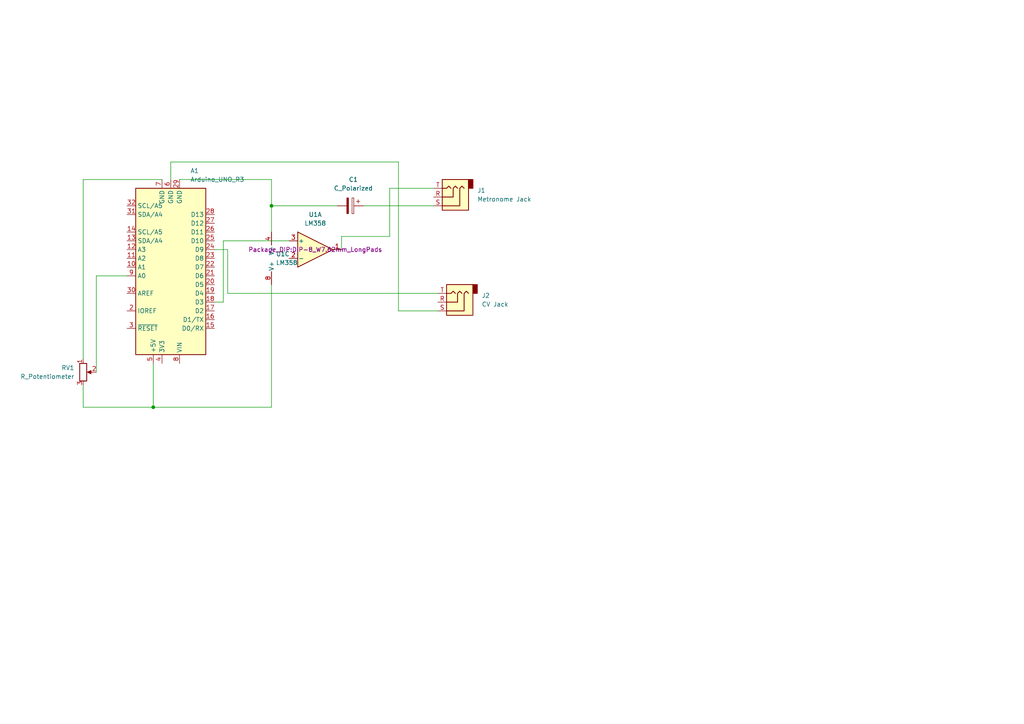
<source format=kicad_sch>
(kicad_sch (version 20250114) (generator "eeschema") (generator_version "9.0")
  (paper "A4")
  (lib_symbols
    (symbol "Amplifier_Operational:LM358" (pin_names (offset 0.127))
      (property "Reference" "U" (at 0 5.08 0))
      (property "Value" "LM358" (at 0 -5.08 0))
      (symbol "LM358_1_1"
        (polyline (pts (xy -5.08 5.08) (xy 5.08 0) (xy -5.08 -5.08) (xy -5.08 5.08)) (stroke (width 0.254)) (fill (type background)))
        (pin input line (at -7.62 2.54 0) (length 2.54) (name "+") (number "3"))
        (pin input line (at -7.62 -2.54 0) (length 2.54) (name "-") (number "2"))
        (pin output line (at 7.62 0 180) (length 2.54) (name "~") (number "1"))
      )
      (symbol "LM358_2_1"
        (polyline (pts (xy -5.08 5.08) (xy 5.08 0) (xy -5.08 -5.08) (xy -5.08 5.08)) (stroke (width 0.254)) (fill (type background)))
        (pin input line (at -7.62 2.54 0) (length 2.54) (name "+") (number "5"))
        (pin input line (at -7.62 -2.54 0) (length 2.54) (name "-") (number "6"))
        (pin output line (at 7.62 0 180) (length 2.54) (name "~") (number "7"))
      )
      (symbol "LM358_3_1"
        (pin power_in line (at -2.54 7.62 270) (length 3.81) (name "V+") (number "8"))
        (pin power_in line (at -2.54 -7.62 90) (length 3.81) (name "V-") (number "4"))
      )
    )
    (symbol "Connector_Audio:AudioJack3"
      (property "Reference" "J" (at 0 8.89 0))
      (property "Value" "AudioJack3" (at 0 6.35 0))
      (symbol "AudioJack3_0_1"
        (rectangle (start -5.08 -5.08) (end -6.35 -2.54) (stroke (width 0.254)) (fill (type outline)))
        (polyline (pts (xy -1.905 -2.54) (xy -1.27 -3.175) (xy -0.635 -2.54) (xy -0.635 0) (xy 2.54 0)) (stroke (width 0.254)))
        (polyline (pts (xy 0 -2.54) (xy 0.635 -3.175) (xy 1.27 -2.54) (xy 2.54 -2.54)) (stroke (width 0.254)))
        (rectangle (start 2.54 3.81) (end -5.08 -5.08) (stroke (width 0.254)) (fill (type background)))
        (polyline (pts (xy 2.54 2.54) (xy -2.54 2.54) (xy -2.54 -2.54) (xy -3.175 -3.175) (xy -3.81 -2.54)) (stroke (width 0.254)))
      )
      (symbol "AudioJack3_1_1"
        (pin passive line (at 5.08 2.54 180) (length 2.54) (name "~") (number "S"))
        (pin passive line (at 5.08 0 180) (length 2.54) (name "~") (number "R"))
        (pin passive line (at 5.08 -2.54 180) (length 2.54) (name "~") (number "T"))
      )
    )
    (symbol "Device:C_Polarized" (pin_numbers (hide yes)) (pin_names (offset 0.254))
      (property "Reference" "C" (at 0.635 2.54 0))
      (property "Value" "C_Polarized" (at 0.635 -2.54 0))
      (symbol "C_Polarized_0_1"
        (rectangle (start -2.286 0.508) (end 2.286 1.016))
        (polyline (pts (xy -1.778 2.286) (xy -0.762 2.286)))
        (polyline (pts (xy -1.27 2.794) (xy -1.27 1.778)))
        (rectangle (start 2.286 -0.508) (end -2.286 -1.016) (fill (type outline)))
      )
      (symbol "C_Polarized_1_1"
        (pin passive line (at 0 3.81 270) (length 2.794) (name "~") (number "1"))
        (pin passive line (at 0 -3.81 90) (length 2.794) (name "~") (number "2"))
      )
    )
    (symbol "Device:R_Potentiometer" (pin_names (offset 1.016) (hide yes))
      (property "Reference" "RV" (at -4.445 0 90))
      (property "Value" "R_Potentiometer" (at -2.54 0 90))
      (symbol "R_Potentiometer_0_1"
        (rectangle (start 1.016 2.54) (end -1.016 -2.54) (stroke (width 0.254)))
        (polyline (pts (xy 1.143 0) (xy 2.286 0.508) (xy 2.286 -0.508) (xy 1.143 0)) (fill (type outline)))
        (polyline (pts (xy 2.54 0) (xy 1.524 0)))
      )
      (symbol "R_Potentiometer_1_1"
        (pin passive line (at 0 3.81 270) (length 1.27) (name "1") (number "1"))
        (pin passive line (at 0 -3.81 90) (length 1.27) (name "3") (number "3"))
        (pin passive line (at 3.81 0 180) (length 1.27) (name "2") (number "2"))
      )
    )
    (symbol "MCU_Module:Arduino_UNO_R3"
      (property "Reference" "A" (at -10.16 23.495 0))
      (property "Value" "Arduino_UNO_R3" (at 5.08 -26.67 0))
      (symbol "Arduino_UNO_R3_0_1"
        (rectangle (start -10.16 22.86) (end 10.16 -25.4) (stroke (width 0.254)) (fill (type background)))
      )
      (symbol "Arduino_UNO_R3_1_1"
        (pin bidirectional line (at -12.7 15.24 0) (length 2.54) (name "D0/RX") (number "15"))
        (pin bidirectional line (at -12.7 12.7 0) (length 2.54) (name "D1/TX") (number "16"))
        (pin bidirectional line (at -12.7 10.16 0) (length 2.54) (name "D2") (number "17"))
        (pin bidirectional line (at -12.7 7.62 0) (length 2.54) (name "D3") (number "18"))
        (pin bidirectional line (at -12.7 5.08 0) (length 2.54) (name "D4") (number "19"))
        (pin bidirectional line (at -12.7 2.54 0) (length 2.54) (name "D5") (number "20"))
        (pin bidirectional line (at -12.7 0 0) (length 2.54) (name "D6") (number "21"))
        (pin bidirectional line (at -12.7 -2.54 0) (length 2.54) (name "D7") (number "22"))
        (pin bidirectional line (at -12.7 -5.08 0) (length 2.54) (name "D8") (number "23"))
        (pin bidirectional line (at -12.7 -7.62 0) (length 2.54) (name "D9") (number "24"))
        (pin bidirectional line (at -12.7 -10.16 0) (length 2.54) (name "D10") (number "25"))
        (pin bidirectional line (at -12.7 -12.7 0) (length 2.54) (name "D11") (number "26"))
        (pin bidirectional line (at -12.7 -15.24 0) (length 2.54) (name "D12") (number "27"))
        (pin bidirectional line (at -12.7 -17.78 0) (length 2.54) (name "D13") (number "28"))
        (pin no_connect line (at -10.16 -20.32 0) (length 2.54) (hide yes) (name "NC") (number "1"))
        (pin power_in line (at -2.54 25.4 270) (length 2.54) (name "VIN") (number "8"))
        (pin power_in line (at -2.54 -27.94 90) (length 2.54) (name "GND") (number "29"))
        (pin power_in line (at 0 -27.94 90) (length 2.54) (name "GND") (number "6"))
        (pin power_out line (at 2.54 25.4 270) (length 2.54) (name "3V3") (number "4"))
        (pin power_in line (at 2.54 -27.94 90) (length 2.54) (name "GND") (number "7"))
        (pin power_out line (at 5.08 25.4 270) (length 2.54) (name "+5V") (number "5"))
        (pin input line (at 12.7 15.24 180) (length 2.54) (name "~{RESET}") (number "3"))
        (pin output line (at 12.7 10.16 180) (length 2.54) (name "IOREF") (number "2"))
        (pin input line (at 12.7 5.08 180) (length 2.54) (name "AREF") (number "30"))
        (pin bidirectional line (at 12.7 0 180) (length 2.54) (name "A0") (number "9"))
        (pin bidirectional line (at 12.7 -2.54 180) (length 2.54) (name "A1") (number "10"))
        (pin bidirectional line (at 12.7 -5.08 180) (length 2.54) (name "A2") (number "11"))
        (pin bidirectional line (at 12.7 -7.62 180) (length 2.54) (name "A3") (number "12"))
        (pin bidirectional line (at 12.7 -10.16 180) (length 2.54) (name "SDA/A4") (number "13"))
        (pin bidirectional line (at 12.7 -12.7 180) (length 2.54) (name "SCL/A5") (number "14"))
        (pin bidirectional line (at 12.7 -17.78 180) (length 2.54) (name "SDA/A4") (number "31"))
        (pin bidirectional line (at 12.7 -20.32 180) (length 2.54) (name "SCL/A5") (number "32"))
      )
    )
  )
  (junction (at 44.45 118.11))
  (junction (at 78.74 59.69))
  (wire (pts (xy 27.94 80.01) (xy 36.83 80.01)))
  (wire (pts (xy 99.06 68.58) (xy 113.03 68.58)))
  (wire (pts (xy 66.04 72.39) (xy 62.23 72.39)))
  (wire (pts (xy 113.03 54.61) (xy 113.03 68.58)))
  (wire (pts (xy 44.45 118.11) (xy 24.13 118.11)))
  (wire (pts (xy 105.41 59.69) (xy 125.73 59.69)))
  (wire (pts (xy 27.94 107.95) (xy 27.94 80.01)))
  (wire (pts (xy 115.57 90.17) (xy 115.57 46.99)))
  (wire (pts (xy 78.74 67.31) (xy 78.74 59.69)))
  (wire (pts (xy 99.06 72.39) (xy 99.06 68.58)))
  (wire (pts (xy 24.13 111.76) (xy 24.13 118.11)))
  (wire (pts (xy 49.53 46.99) (xy 49.53 52.07)))
  (wire (pts (xy 127 85.09) (xy 66.04 85.09)))
  (wire (pts (xy 115.57 46.99) (xy 49.53 46.99)))
  (wire (pts (xy 127 90.17) (xy 115.57 90.17)))
  (wire (pts (xy 78.74 118.11) (xy 44.45 118.11)))
  (wire (pts (xy 64.77 87.63) (xy 62.23 87.63)))
  (wire (pts (xy 52.07 52.07) (xy 78.74 52.07)))
  (wire (pts (xy 66.04 85.09) (xy 66.04 72.39)))
  (wire (pts (xy 83.82 69.85) (xy 64.77 69.85)))
  (wire (pts (xy 44.45 105.41) (xy 44.45 118.11)))
  (wire (pts (xy 78.74 82.55) (xy 78.74 118.11)))
  (wire (pts (xy 24.13 104.14) (xy 24.13 52.07)))
  (wire (pts (xy 125.73 54.61) (xy 113.03 54.61)))
  (wire (pts (xy 64.77 69.85) (xy 64.77 87.63)))
  (wire (pts (xy 78.74 59.69) (xy 97.79 59.69)))
  (wire (pts (xy 24.13 52.07) (xy 46.99 52.07)))
  (wire (pts (xy 78.74 59.69) (xy 78.74 52.07)))
  (symbol (lib_id "Amplifier_Operational:LM358") (at 76.2 74.93 180) (unit 3)
    (property "Reference" "U1" (at 80.01 73.6599 0) (effects (justify right)))
    (property "Value" "LM358" (at 80.01 76.1999 0) (effects (justify right)))
    (property "Datasheet" "http://www.ti.com/lit/ds/symlink/lm2904-n.pdf" (effects (hide yes)))
    (property "Description" "Low-Power, Dual Operational Amplifiers, DIP-8/SOIC-8/TO-99-8" (effects (hide yes)))
  )
  (symbol (lib_id "Device:R_Potentiometer") (at 24.13 107.95 0) (unit 1)
    (property "Reference" "RV1" (at 21.59 106.6799 0) (effects (justify right)))
    (property "Value" "R_Potentiometer" (at 21.59 109.2199 0) (effects (justify right)))
    (property "Description" "Potentiometer" (effects (hide yes)))
  )
  (symbol (lib_id "Connector_Audio:AudioJack3") (at 132.08 87.63 180) (unit 1)
    (property "Reference" "J2" (at 139.7 85.7249 0) (effects (justify right)))
    (property "Value" "CV Jack" (at 139.7 88.2649 0) (effects (justify right)))
    (property "Description" "Audio Jack, 3 Poles (Stereo / TRS)" (effects (hide yes)))
  )
  (symbol (lib_id "Amplifier_Operational:LM358") (at 91.44 72.39 0) (unit 1)
    (property "Reference" "U1" (at 91.44 62.23 0))
    (property "Value" "LM358" (at 91.44 64.77 0))
    (property "Footprint" "Package_DIP:DIP-8_W7.62mm_LongPads" (at 91.44 72.39 0))
    (property "Datasheet" "http://www.ti.com/lit/ds/symlink/lm2904-n.pdf" (effects (hide yes)))
    (property "Description" "Low-Power, Dual Operational Amplifiers, DIP-8/SOIC-8/TO-99-8" (effects (hide yes)))
  )
  (symbol (lib_id "Connector_Audio:AudioJack3") (at 130.81 57.15 180) (unit 1)
    (property "Reference" "J1" (at 138.43 55.2449 0) (effects (justify right)))
    (property "Value" "Metronome Jack" (at 138.43 57.7849 0) (effects (justify right)))
    (property "Description" "Audio Jack, 3 Poles (Stereo / TRS)" (effects (hide yes)))
  )
  (symbol (lib_id "MCU_Module:Arduino_UNO_R3") (at 49.53 80.01 180) (unit 1)
    (property "Reference" "A1" (at 55.1881 49.53 0) (effects (justify right)))
    (property "Value" "Arduino_UNO_R3" (at 55.1881 52.07 0) (effects (justify right)))
    (property "Footprint" "Module:Arduino_UNO_R3" (effects (hide yes)))
    (property "Datasheet" "https://www.arduino.cc/en/Main/arduinoBoardUno" (effects (hide yes)))
    (property "Description" "Arduino UNO Microcontroller Module, release 3" (effects (hide yes)))
  )
  (symbol (lib_id "Device:C_Polarized") (at 101.6 59.69 270) (unit 1)
    (property "Reference" "C1" (at 102.489 52.07 90))
    (property "Value" "C_Polarized" (at 102.489 54.61 90))
    (property "Description" "Polarized capacitor" (effects (hide yes)))
  )
)
</source>
